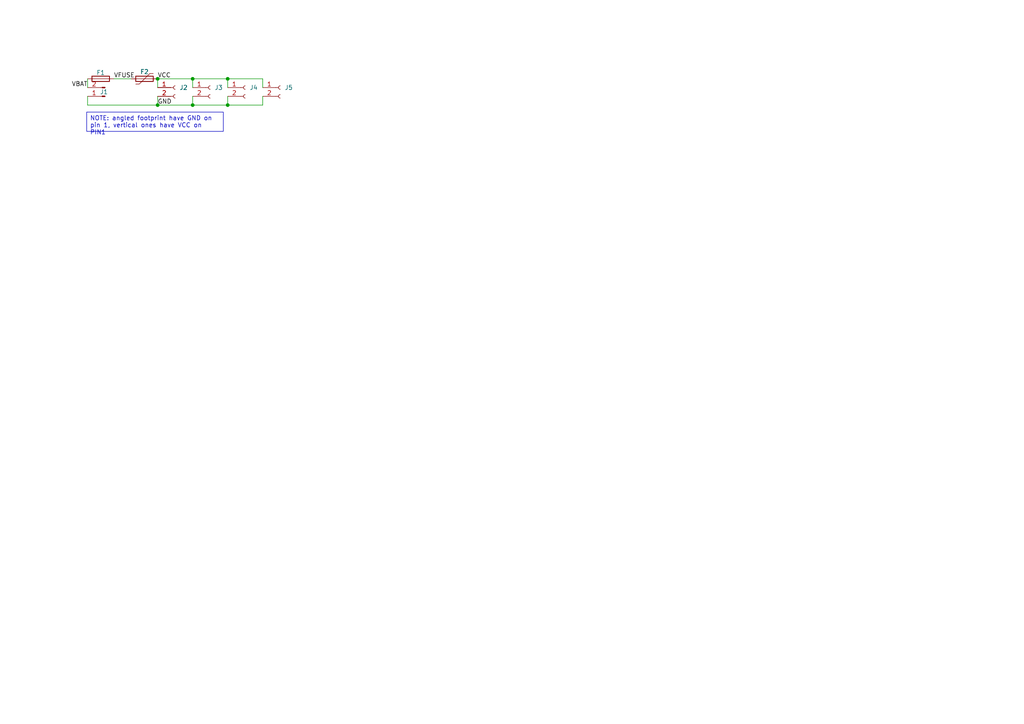
<source format=kicad_sch>
(kicad_sch (version 20250114) (generator "eeschema") (generator_version "9.0")
  (paper "A4")
  (lib_symbols
    (symbol "Connector:Conn_01x02_Pin" (pin_names (offset 1.016) (hide yes))
      (property "Reference" "J" (at 0 2.54 0))
      (property "Value" "Conn_01x02_Pin" (at 0 -5.08 0))
      (symbol "Conn_01x02_Pin_1_1"
        (rectangle (start 0.8636 0.127) (end 0 -0.127) (stroke (width 0.1524)) (fill (type outline)))
        (rectangle (start 0.8636 -2.413) (end 0 -2.667) (stroke (width 0.1524)) (fill (type outline)))
        (polyline (pts (xy 1.27 0) (xy 0.8636 0)) (stroke (width 0.1524)))
        (polyline (pts (xy 1.27 -2.54) (xy 0.8636 -2.54)) (stroke (width 0.1524)))
        (pin passive line (at 5.08 0 180) (length 3.81) (name "Pin_1") (number "1"))
        (pin passive line (at 5.08 -2.54 180) (length 3.81) (name "Pin_2") (number "2"))
      )
    )
    (symbol "Connector:Conn_01x02_Socket" (pin_names (offset 1.016) (hide yes))
      (property "Reference" "J" (at 0 2.54 0))
      (property "Value" "Conn_01x02_Socket" (at 0 -5.08 0))
      (symbol "Conn_01x02_Socket_1_1"
        (polyline (pts (xy -1.27 0) (xy -0.508 0)) (stroke (width 0.1524)))
        (polyline (pts (xy -1.27 -2.54) (xy -0.508 -2.54)) (stroke (width 0.1524)))
        (arc (start 0 -0.508) (mid -0.5058 0) (end 0 0.508) (stroke (width 0.1524)))
        (arc (start 0 -3.048) (mid -0.5058 -2.54) (end 0 -2.032) (stroke (width 0.1524)))
        (pin passive line (at -5.08 0 0) (length 3.81) (name "Pin_1") (number "1"))
        (pin passive line (at -5.08 -2.54 0) (length 3.81) (name "Pin_2") (number "2"))
      )
    )
    (symbol "Device:Fuse" (pin_numbers (hide yes)) (pin_names (offset 0))
      (property "Reference" "F" (at 2.032 0 90))
      (property "Value" "Fuse" (at -1.905 0 90))
      (symbol "Fuse_0_1"
        (rectangle (start -0.762 -2.54) (end 0.762 2.54) (stroke (width 0.254)))
        (polyline (pts (xy 0 2.54) (xy 0 -2.54)))
      )
      (symbol "Fuse_1_1"
        (pin passive line (at 0 3.81 270) (length 1.27) (name "~") (number "1"))
        (pin passive line (at 0 -3.81 90) (length 1.27) (name "~") (number "2"))
      )
    )
    (symbol "Device:Polyfuse" (pin_numbers (hide yes)) (pin_names (offset 0))
      (property "Reference" "F" (at -2.54 0 90))
      (property "Value" "Polyfuse" (at 2.54 0 90))
      (symbol "Polyfuse_0_1"
        (polyline (pts (xy -1.524 2.54) (xy -1.524 1.524) (xy 1.524 -1.524) (xy 1.524 -2.54)))
        (rectangle (start -0.762 2.54) (end 0.762 -2.54) (stroke (width 0.254)))
        (polyline (pts (xy 0 2.54) (xy 0 -2.54)))
      )
      (symbol "Polyfuse_1_1"
        (pin passive line (at 0 3.81 270) (length 1.27) (name "~") (number "1"))
        (pin passive line (at 0 -3.81 90) (length 1.27) (name "~") (number "2"))
      )
    )
  )
  (text_box "NOTE: angled footprint have GND on pin 1, vertical ones have VCC on PIN1" (at 25.146 32.512 0) (size 39.624 5.588) (margins 0.9525 0.9525 0.9525 0.9525) (effects (font (size 1.27 1.27)) (justify left top)))
  (junction (at 66.04 22.86))
  (junction (at 55.88 22.86))
  (junction (at 66.04 30.48))
  (junction (at 45.72 30.48))
  (junction (at 55.88 30.48))
  (junction (at 45.72 22.86))
  (wire (pts (xy 33.02 22.86) (xy 38.1 22.86)))
  (wire (pts (xy 55.88 27.94) (xy 55.88 30.48)))
  (wire (pts (xy 45.72 22.86) (xy 55.88 22.86)))
  (wire (pts (xy 45.72 22.86) (xy 45.72 25.4)))
  (wire (pts (xy 55.88 30.48) (xy 66.04 30.48)))
  (wire (pts (xy 25.4 30.48) (xy 45.72 30.48)))
  (wire (pts (xy 45.72 30.48) (xy 55.88 30.48)))
  (wire (pts (xy 25.4 22.86) (xy 25.4 25.4)))
  (wire (pts (xy 25.4 27.94) (xy 25.4 30.48)))
  (wire (pts (xy 66.04 30.48) (xy 76.2 30.48)))
  (wire (pts (xy 55.88 22.86) (xy 66.04 22.86)))
  (wire (pts (xy 76.2 30.48) (xy 76.2 27.94)))
  (wire (pts (xy 45.72 27.94) (xy 45.72 30.48)))
  (wire (pts (xy 66.04 27.94) (xy 66.04 30.48)))
  (wire (pts (xy 66.04 22.86) (xy 76.2 22.86)))
  (wire (pts (xy 55.88 22.86) (xy 55.88 25.4)))
  (wire (pts (xy 66.04 22.86) (xy 66.04 25.4)))
  (wire (pts (xy 76.2 22.86) (xy 76.2 25.4)))
  (label "GND" (at 45.72 30.48 0))
  (label "VBAT" (at 25.4 25.4 180))
  (label "VCC" (at 45.72 22.86 0))
  (label "VFUSE" (at 33.02 22.86 0))
  (symbol (lib_id "Device:Polyfuse") (at 41.91 22.86 90) (unit 1)
    (property "Reference" "F2" (at 41.91 20.828 90))
    (property "Value" "Polyfuse" (effects (hide yes)))
    (property "Footprint" "Fuse:Fuse_1812_4532Metric" (effects (hide yes)))
    (property "Description" "Resettable fuse, polymeric positive temperature coefficient" (effects (hide yes)))
  )
  (symbol (lib_id "Connector:Conn_01x02_Socket") (at 81.28 25.4 0) (unit 1)
    (property "Reference" "J5" (at 82.55 25.3999 0) (effects (justify left)))
    (property "Value" "Conn_01x02_Socket" (effects (hide yes)))
    (property "Footprint" "Connector_AMASS:AMASS_XT60-F_1x02_P7.20mm_Vertical" (effects (hide yes)))
    (property "Description" "Generic connector, single row, 01x02, script generated" (effects (hide yes)))
  )
  (symbol (lib_id "Connector:Conn_01x02_Socket") (at 60.96 25.4 0) (unit 1)
    (property "Reference" "J3" (at 62.23 25.3999 0) (effects (justify left)))
    (property "Value" "Conn_01x02_Socket" (effects (hide yes)))
    (property "Footprint" "Connector_AMASS:AMASS_XT60-F_1x02_P7.20mm_Vertical" (effects (hide yes)))
    (property "Description" "Generic connector, single row, 01x02, script generated" (effects (hide yes)))
  )
  (symbol (lib_id "Device:Fuse") (at 29.21 22.86 270) (mirror x) (unit 1)
    (property "Reference" "F1" (at 29.21 21.082 90))
    (property "Value" "Fuse" (effects (hide yes)))
    (property "Footprint" "Fuse:Fuseholder_Littelfuse_Nano2_154x" (effects (hide yes)))
    (property "Description" "Fuse" (effects (hide yes)))
  )
  (symbol (lib_id "Connector:Conn_01x02_Socket") (at 71.12 25.4 0) (unit 1)
    (property "Reference" "J4" (at 72.39 25.3999 0) (effects (justify left)))
    (property "Value" "Conn_01x02_Socket" (effects (hide yes)))
    (property "Footprint" "Connector_AMASS:AMASS_XT60-F_1x02_P7.20mm_Vertical" (effects (hide yes)))
    (property "Description" "Generic connector, single row, 01x02, script generated" (effects (hide yes)))
  )
  (symbol (lib_id "Connector:Conn_01x02_Socket") (at 50.8 25.4 0) (unit 1)
    (property "Reference" "J2" (at 52.07 25.3999 0) (effects (justify left)))
    (property "Value" "Conn_01x02_Socket" (effects (hide yes)))
    (property "Footprint" "Connector_AMASS:AMASS_XT60-F_1x02_P7.20mm_Vertical" (effects (hide yes)))
    (property "Description" "Generic connector, single row, 01x02, script generated" (effects (hide yes)))
  )
  (symbol (lib_id "Connector:Conn_01x02_Pin") (at 30.48 27.94 180) (unit 1)
    (property "Reference" "J1" (at 28.956 26.67 0) (effects (justify right)))
    (property "Value" "Conn_01x02_Pin" (effects (hide yes)))
    (property "Footprint" "Connector_AMASS:AMASS_XT60PW-M_1x02_P7.20mm_Horizontal" (effects (hide yes)))
    (property "Description" "Generic connector, single row, 01x02, script generated" (effects (hide yes)))
  )
)
</source>
